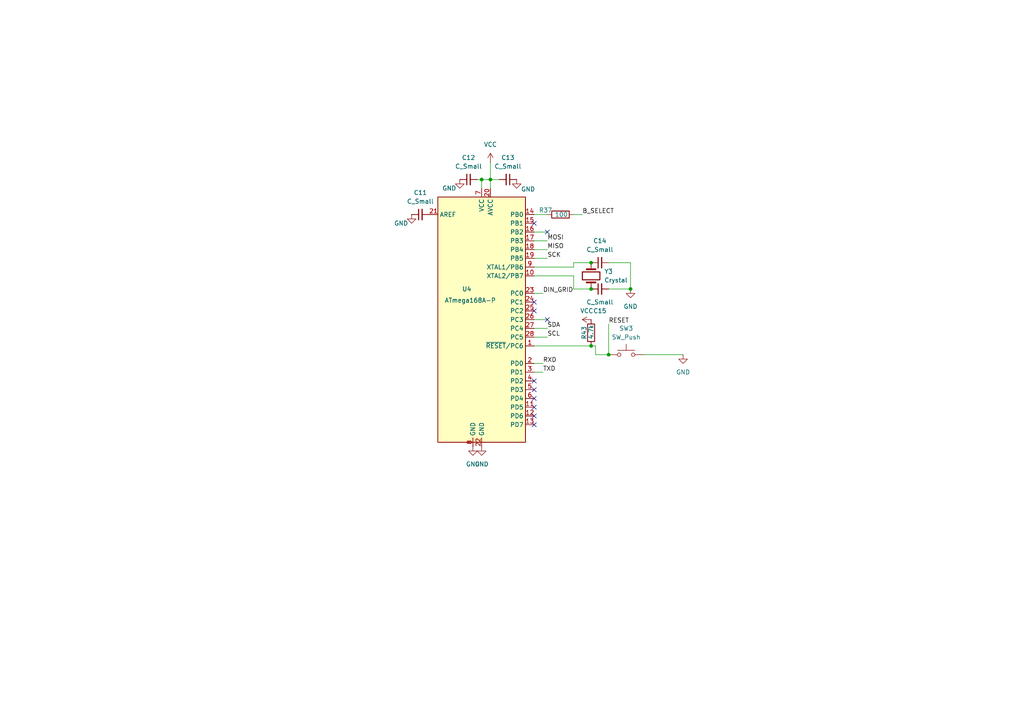
<source format=kicad_sch>
(kicad_sch (version 20250114) (generator "eeschema") (generator_version "9.0")
  (paper "A4")
  (lib_symbols
    (symbol "Device:C_Small" (pin_numbers (hide yes)) (pin_names (offset 0.254) (hide yes))
      (property "Reference" "C" (at 0.254 1.778 0))
      (property "Value" "C_Small" (at 0.254 -2.032 0))
      (symbol "C_Small_0_1"
        (polyline (pts (xy -1.524 0.508) (xy 1.524 0.508)) (stroke (width 0.3048)))
        (polyline (pts (xy -1.524 -0.508) (xy 1.524 -0.508)) (stroke (width 0.3302)))
      )
      (symbol "C_Small_1_1"
        (pin passive line (at 0 2.54 270) (length 2.032) (name "~") (number "1"))
        (pin passive line (at 0 -2.54 90) (length 2.032) (name "~") (number "2"))
      )
    )
    (symbol "Device:Crystal" (pin_numbers (hide yes)) (pin_names (offset 1.016) (hide yes))
      (property "Reference" "Y" (at 0 3.81 0))
      (property "Value" "Crystal" (at 0 -3.81 0))
      (symbol "Crystal_0_1"
        (polyline (pts (xy -2.54 0) (xy -1.905 0)))
        (polyline (pts (xy -1.905 -1.27) (xy -1.905 1.27)) (stroke (width 0.508)))
        (rectangle (start -1.143 2.54) (end 1.143 -2.54) (stroke (width 0.3048)))
        (polyline (pts (xy 1.905 -1.27) (xy 1.905 1.27)) (stroke (width 0.508)))
        (polyline (pts (xy 2.54 0) (xy 1.905 0)))
      )
      (symbol "Crystal_1_1"
        (pin passive line (at -3.81 0 0) (length 1.27) (name "1") (number "1"))
        (pin passive line (at 3.81 0 180) (length 1.27) (name "2") (number "2"))
      )
    )
    (symbol "Device:R" (pin_numbers (hide yes)) (pin_names (offset 0))
      (property "Reference" "R" (at 2.032 0 90))
      (property "Value" "R" (at 0 0 90))
      (symbol "R_0_1"
        (rectangle (start -1.016 -2.54) (end 1.016 2.54) (stroke (width 0.254)))
      )
      (symbol "R_1_1"
        (pin passive line (at 0 3.81 270) (length 1.27) (name "~") (number "1"))
        (pin passive line (at 0 -3.81 90) (length 1.27) (name "~") (number "2"))
      )
    )
    (symbol "MCU_Microchip_ATmega:ATmega168A-P"
      (property "Reference" "U1" (at -4.318 8.89 0))
      (property "Value" "ATmega168A-P" (at -3.302 5.588 0))
      (symbol "ATmega168A-P_0_1"
        (rectangle (start -12.7 35.56) (end 12.7 -35.56) (stroke (width 0.254)) (fill (type background)))
      )
      (symbol "ATmega168A-P_1_1"
        (pin passive line (at -15.24 30.48 0) (length 2.54) (name "AREF") (number "21"))
        (pin power_in line (at -2.54 -36.83 90) (length 2.54) (name "GND") (number "8"))
        (pin power_in line (at 0 38.1 270) (length 2.54) (name "VCC") (number "7"))
        (pin passive line (at 0 -36.83 90) (length 2.54) (name "GND") (number "22"))
        (pin power_in line (at 2.54 38.1 270) (length 2.54) (name "AVCC") (number "20"))
        (pin bidirectional line (at 15.24 30.48 180) (length 2.54) (name "PB0") (number "14"))
        (pin bidirectional line (at 15.24 27.94 180) (length 2.54) (name "PB1") (number "15"))
        (pin bidirectional line (at 15.24 25.4 180) (length 2.54) (name "PB2") (number "16"))
        (pin bidirectional line (at 15.24 22.86 180) (length 2.54) (name "PB3") (number "17"))
        (pin bidirectional line (at 15.24 20.32 180) (length 2.54) (name "PB4") (number "18"))
        (pin bidirectional line (at 15.24 17.78 180) (length 2.54) (name "PB5") (number "19"))
        (pin bidirectional line (at 15.24 15.24 180) (length 2.54) (name "XTAL1/PB6") (number "9"))
        (pin bidirectional line (at 15.24 12.7 180) (length 2.54) (name "XTAL2/PB7") (number "10"))
        (pin bidirectional line (at 15.24 7.62 180) (length 2.54) (name "PC0") (number "23"))
        (pin bidirectional line (at 15.24 5.08 180) (length 2.54) (name "PC1") (number "24"))
        (pin bidirectional line (at 15.24 2.54 180) (length 2.54) (name "PC2") (number "25"))
        (pin bidirectional line (at 15.24 0 180) (length 2.54) (name "PC3") (number "26"))
        (pin bidirectional line (at 15.24 -2.54 180) (length 2.54) (name "PC4") (number "27"))
        (pin bidirectional line (at 15.24 -5.08 180) (length 2.54) (name "PC5") (number "28"))
        (pin bidirectional line (at 15.24 -7.62 180) (length 2.54) (name "~{RESET}/PC6") (number "1"))
        (pin bidirectional line (at 15.24 -12.7 180) (length 2.54) (name "PD0") (number "2"))
        (pin bidirectional line (at 15.24 -15.24 180) (length 2.54) (name "PD1") (number "3"))
        (pin bidirectional line (at 15.24 -17.78 180) (length 2.54) (name "PD2") (number "4"))
        (pin bidirectional line (at 15.24 -20.32 180) (length 2.54) (name "PD3") (number "5"))
        (pin bidirectional line (at 15.24 -22.86 180) (length 2.54) (name "PD4") (number "6"))
        (pin bidirectional line (at 15.24 -25.4 180) (length 2.54) (name "PD5") (number "11"))
        (pin bidirectional line (at 15.24 -27.94 180) (length 2.54) (name "PD6") (number "12"))
        (pin bidirectional line (at 15.24 -30.48 180) (length 2.54) (name "PD7") (number "13"))
      )
    )
    (symbol "Switch:SW_Push" (pin_numbers (hide yes)) (pin_names (offset 1.016) (hide yes))
      (property "Reference" "SW" (at 1.27 2.54 0))
      (property "Value" "SW_Push" (at 0 -1.524 0))
      (symbol "SW_Push_0_1"
        (circle (center -2.032 0) (radius 0.508))
        (polyline (pts (xy 0 1.27) (xy 0 3.048)))
        (circle (center 2.032 0) (radius 0.508))
        (polyline (pts (xy 2.54 1.27) (xy -2.54 1.27)))
        (pin passive line (at -5.08 0 0) (length 2.54) (name "1") (number "1"))
        (pin passive line (at 5.08 0 180) (length 2.54) (name "2") (number "2"))
      )
    )
    (symbol "power:GND" (power) (pin_numbers (hide yes)) (pin_names (offset 0) (hide yes))
      (property "Value" "GND" (at 0 -3.81 0))
      (symbol "GND_0_1"
        (polyline (pts (xy 0 0) (xy 0 -1.27) (xy 1.27 -1.27) (xy 0 -2.54) (xy -1.27 -1.27) (xy 0 -1.27)))
      )
      (symbol "GND_1_1"
        (pin power_in line (at 0 0 270) (length 0) (name "~") (number "1"))
      )
    )
    (symbol "power:VCC" (power) (pin_numbers (hide yes)) (pin_names (offset 0) (hide yes))
      (property "Value" "VCC" (at 0 3.556 0))
      (symbol "VCC_0_1"
        (polyline (pts (xy -0.762 1.27) (xy 0 2.54)))
        (polyline (pts (xy 0 2.54) (xy 0.762 1.27)))
        (polyline (pts (xy 0 0) (xy 0 2.54)))
      )
      (symbol "VCC_1_1"
        (pin power_in line (at 0 0 90) (length 0) (name "~") (number "1"))
      )
    )
  )
  (junction (at 182.88 83.82))
  (junction (at 171.45 83.82))
  (junction (at 171.45 100.33))
  (junction (at 176.53 102.87))
  (junction (at 171.45 76.2))
  (junction (at 142.24 52.07))
  (junction (at 139.7 52.07))
  (no_connect (at 154.94 64.77))
  (no_connect (at 154.94 115.57))
  (no_connect (at 154.94 110.49))
  (no_connect (at 154.94 123.19))
  (no_connect (at 158.75 92.71))
  (no_connect (at 154.94 120.65))
  (no_connect (at 154.94 113.03))
  (no_connect (at 154.94 90.17))
  (no_connect (at 158.75 67.31))
  (no_connect (at 154.94 87.63))
  (no_connect (at 154.94 118.11))
  (wire (pts (xy 166.37 83.82) (xy 171.45 83.82)))
  (wire (pts (xy 172.72 100.33) (xy 171.45 100.33)))
  (wire (pts (xy 154.94 105.41) (xy 157.48 105.41)))
  (wire (pts (xy 176.53 102.87) (xy 172.72 102.87)))
  (wire (pts (xy 139.7 52.07) (xy 142.24 52.07)))
  (wire (pts (xy 171.45 100.33) (xy 154.94 100.33)))
  (wire (pts (xy 154.94 92.71) (xy 158.75 92.71)))
  (wire (pts (xy 154.94 72.39) (xy 158.75 72.39)))
  (wire (pts (xy 139.7 54.61) (xy 139.7 52.07)))
  (wire (pts (xy 142.24 46.99) (xy 142.24 52.07)))
  (wire (pts (xy 154.94 67.31) (xy 158.75 67.31)))
  (wire (pts (xy 154.94 95.25) (xy 158.75 95.25)))
  (wire (pts (xy 154.94 107.95) (xy 157.48 107.95)))
  (wire (pts (xy 154.94 80.01) (xy 166.37 80.01)))
  (wire (pts (xy 166.37 62.23) (xy 168.91 62.23)))
  (wire (pts (xy 142.24 52.07) (xy 144.78 52.07)))
  (wire (pts (xy 139.7 52.07) (xy 138.43 52.07)))
  (wire (pts (xy 142.24 54.61) (xy 142.24 52.07)))
  (wire (pts (xy 186.69 102.87) (xy 198.12 102.87)))
  (wire (pts (xy 166.37 76.2) (xy 171.45 76.2)))
  (wire (pts (xy 166.37 80.01) (xy 166.37 83.82)))
  (wire (pts (xy 154.94 74.93) (xy 158.75 74.93)))
  (wire (pts (xy 176.53 83.82) (xy 182.88 83.82)))
  (wire (pts (xy 154.94 77.47) (xy 166.37 77.47)))
  (wire (pts (xy 172.72 102.87) (xy 172.72 100.33)))
  (wire (pts (xy 154.94 97.79) (xy 158.75 97.79)))
  (wire (pts (xy 154.94 62.23) (xy 158.75 62.23)))
  (wire (pts (xy 154.94 85.09) (xy 157.48 85.09)))
  (wire (pts (xy 166.37 77.47) (xy 166.37 76.2)))
  (wire (pts (xy 176.53 76.2) (xy 182.88 76.2)))
  (wire (pts (xy 176.53 93.98) (xy 176.53 102.87)))
  (wire (pts (xy 154.94 69.85) (xy 158.75 69.85)))
  (wire (pts (xy 182.88 76.2) (xy 182.88 83.82)))
  (label "DIN_GRID" (at 157.48 85.09 0))
  (label "MISO" (at 158.75 72.39 0))
  (label "B_SELECT" (at 168.91 62.23 0))
  (label "SCL" (at 158.75 97.79 0))
  (label "RXD" (at 157.48 105.41 0))
  (label "MOSI" (at 158.75 69.85 0))
  (label "SCK" (at 158.75 74.93 0))
  (label "SDA" (at 158.75 95.25 0))
  (label "RESET" (at 176.53 93.98 0))
  (label "TXD" (at 157.48 107.95 0))
  (symbol (lib_id "power:VCC") (at 171.45 92.71 90) (unit 1)
    (property "Reference" "#PWR057" (effects (hide yes)))
    (property "Value" "VCC" (at 170.18 90.17 90))
    (property "Description" "Power symbol creates a global label with name \"VCC\"" (effects (hide yes)))
  )
  (symbol (lib_id "Switch:SW_Push") (at 181.61 102.87 0) (unit 1)
    (property "Reference" "SW3" (at 181.61 95.25 0))
    (property "Value" "SW_Push" (at 181.61 97.79 0))
    (property "Footprint" "Button_Switch_THT:SW_PUSH_6mm" (effects (hide yes)))
    (property "Description" "Push button switch, generic, two pins" (effects (hide yes)))
  )
  (symbol (lib_id "MCU_Microchip_ATmega:ATmega168A-P") (at 139.7 92.71 0) (unit 1)
    (property "Reference" "U4" (at 135.382 83.82 0))
    (property "Value" "ATmega168A-P" (at 136.398 87.122 0))
    (property "Footprint" "Package_DIP:DIP-28_W7.62mm" (effects (hide yes)))
    (property "Datasheet" "http://ww1.microchip.com/downloads/en/DeviceDoc/ATmega48A_88A_168A-Data-Sheet-40002007A.pdf" (effects (hide yes)))
    (property "Description" "20MHz, 16kB Flash, 1kB SRAM, 512B EEPROM, DIP-28" (effects (hide yes)))
  )
  (symbol (lib_id "power:GND") (at 119.38 62.23 0) (unit 1)
    (property "Reference" "#PWR051" (effects (hide yes)))
    (property "Value" "GND" (at 116.332 64.77 0))
    (property "Description" "Power symbol creates a global label with name \"GND\" , ground" (effects (hide yes)))
  )
  (symbol (lib_id "Device:C_Small") (at 121.92 62.23 90) (unit 1)
    (property "Reference" "C11" (at 121.9263 55.88 90))
    (property "Value" "C_Small" (at 121.9263 58.42 90))
    (property "Footprint" "Capacitor_THT:CP_Radial_D5.0mm_P2.50mm" (effects (hide yes)))
    (property "Description" "Unpolarized capacitor, small symbol" (effects (hide yes)))
  )
  (symbol (lib_id "Device:C_Small") (at 173.99 76.2 90) (unit 1)
    (property "Reference" "C14" (at 173.9963 69.85 90))
    (property "Value" "C_Small" (at 173.9963 72.39 90))
    (property "Footprint" "Capacitor_THT:CP_Radial_D5.0mm_P2.50mm" (effects (hide yes)))
    (property "Description" "Unpolarized capacitor, small symbol" (effects (hide yes)))
  )
  (symbol (lib_id "power:VCC") (at 142.24 46.99 0) (unit 1)
    (property "Reference" "#PWR055" (effects (hide yes)))
    (property "Value" "VCC" (at 142.24 41.91 0))
    (property "Description" "Power symbol creates a global label with name \"VCC\"" (effects (hide yes)))
  )
  (symbol (lib_id "Device:Crystal") (at 171.45 80.01 90) (unit 1)
    (property "Reference" "Y3" (at 175.26 78.7399 90) (effects (justify right)))
    (property "Value" "Crystal" (at 175.26 81.2799 90) (effects (justify right)))
    (property "Footprint" "Crystal:Resonator-2Pin_W6.0mm_H3.0mm" (effects (hide yes)))
    (property "Description" "Two pin crystal" (effects (hide yes)))
  )
  (symbol (lib_id "Device:R") (at 171.45 96.52 180) (unit 1)
    (property "Reference" "R43" (at 169.418 96.52 90))
    (property "Value" "4.7k" (at 171.45 96.266 90))
    (property "Footprint" "Resistor_THT:R_Axial_DIN0207_L6.3mm_D2.5mm_P10.16mm_Horizontal" (effects (hide yes)))
    (property "Description" "Resistor" (effects (hide yes)))
  )
  (symbol (lib_id "power:GND") (at 139.7 129.54 0) (unit 1)
    (property "Reference" "#PWR054" (effects (hide yes)))
    (property "Value" "GND" (at 139.7 134.62 0))
    (property "Description" "Power symbol creates a global label with name \"GND\" , ground" (effects (hide yes)))
  )
  (symbol (lib_id "Device:C_Small") (at 135.89 52.07 90) (unit 1)
    (property "Reference" "C12" (at 135.8963 45.72 90))
    (property "Value" "C_Small" (at 135.8963 48.26 90))
    (property "Footprint" "Capacitor_THT:CP_Radial_D5.0mm_P2.50mm" (effects (hide yes)))
    (property "Description" "Unpolarized capacitor, small symbol" (effects (hide yes)))
  )
  (symbol (lib_id "Device:C_Small") (at 173.99 83.82 90) (mirror x) (unit 1)
    (property "Reference" "C15" (at 173.9963 90.17 90))
    (property "Value" "C_Small" (at 173.9963 87.63 90))
    (property "Footprint" "Capacitor_THT:CP_Radial_D5.0mm_P2.50mm" (effects (hide yes)))
    (property "Description" "Unpolarized capacitor, small symbol" (effects (hide yes)))
  )
  (symbol (lib_id "power:GND") (at 133.35 52.07 0) (unit 1)
    (property "Reference" "#PWR052" (effects (hide yes)))
    (property "Value" "GND" (at 130.302 54.61 0))
    (property "Description" "Power symbol creates a global label with name \"GND\" , ground" (effects (hide yes)))
  )
  (symbol (lib_id "power:GND") (at 149.86 52.07 0) (mirror y) (unit 1)
    (property "Reference" "#PWR056" (effects (hide yes)))
    (property "Value" "GND" (at 153.162 54.864 0))
    (property "Description" "Power symbol creates a global label with name \"GND\" , ground" (effects (hide yes)))
  )
  (symbol (lib_id "power:GND") (at 182.88 83.82 0) (unit 1)
    (property "Reference" "#PWR058" (effects (hide yes)))
    (property "Value" "GND" (at 182.88 88.9 0))
    (property "Description" "Power symbol creates a global label with name \"GND\" , ground" (effects (hide yes)))
  )
  (symbol (lib_id "Device:C_Small") (at 147.32 52.07 270) (mirror x) (unit 1)
    (property "Reference" "C13" (at 147.3137 45.72 90))
    (property "Value" "C_Small" (at 147.3137 48.26 90))
    (property "Footprint" "Capacitor_THT:CP_Radial_D5.0mm_P2.50mm" (effects (hide yes)))
    (property "Description" "Unpolarized capacitor, small symbol" (effects (hide yes)))
  )
  (symbol (lib_id "power:GND") (at 198.12 102.87 0) (unit 1)
    (property "Reference" "#PWR059" (effects (hide yes)))
    (property "Value" "GND" (at 198.12 107.95 0))
    (property "Description" "Power symbol creates a global label with name \"GND\" , ground" (effects (hide yes)))
  )
  (symbol (lib_id "Device:R") (at 162.56 62.23 90) (unit 1)
    (property "Reference" "R37" (at 158.242 60.96 90))
    (property "Value" "100" (at 162.814 62.23 90))
    (property "Footprint" "Resistor_THT:R_Axial_DIN0207_L6.3mm_D2.5mm_P10.16mm_Horizontal" (effects (hide yes)))
    (property "Description" "Resistor" (effects (hide yes)))
  )
  (symbol (lib_id "power:GND") (at 137.16 129.54 0) (unit 1)
    (property "Reference" "#PWR053" (effects (hide yes)))
    (property "Value" "GND" (at 137.16 134.62 0))
    (property "Description" "Power symbol creates a global label with name \"GND\" , ground" (effects (hide yes)))
  )
)
</source>
